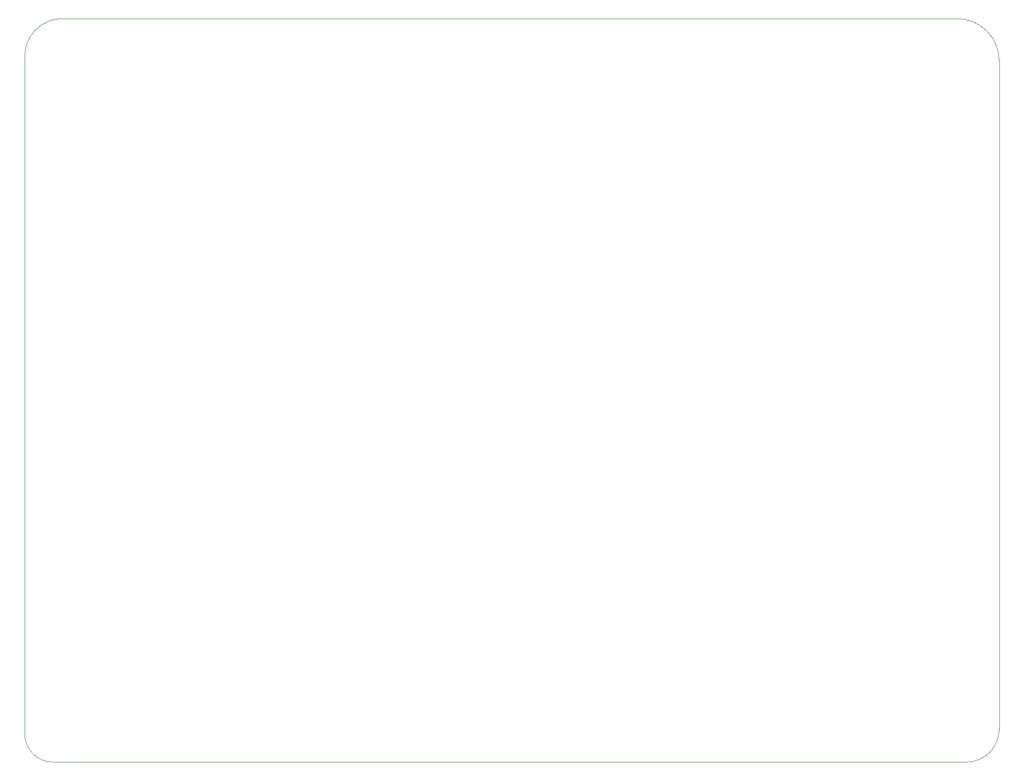
<source format=gm1>
G04 #@! TF.GenerationSoftware,KiCad,Pcbnew,(6.0.6-0)*
G04 #@! TF.CreationDate,2023-03-14T15:48:33-04:00*
G04 #@! TF.ProjectId,mecc-pcb-kicad,6d656363-2d70-4636-922d-6b696361642e,v1*
G04 #@! TF.SameCoordinates,Original*
G04 #@! TF.FileFunction,Profile,NP*
%FSLAX46Y46*%
G04 Gerber Fmt 4.6, Leading zero omitted, Abs format (unit mm)*
G04 Created by KiCad (PCBNEW (6.0.6-0)) date 2023-03-14 15:48:33*
%MOMM*%
%LPD*%
G01*
G04 APERTURE LIST*
G04 #@! TA.AperFunction,Profile*
%ADD10C,0.100000*%
G04 #@! TD*
G04 APERTURE END LIST*
D10*
X215106250Y-21431250D02*
X64293750Y-21431250D01*
X216693750Y-146843800D02*
G75*
G03*
X222250000Y-141287500I-50J5556300D01*
G01*
X216693750Y-146843750D02*
X62706250Y-146843750D01*
X64293750Y-21431250D02*
G75*
G03*
X57943750Y-27781250I0J-6350000D01*
G01*
X57943750Y-142081250D02*
X57943750Y-27781250D01*
X57943750Y-142081250D02*
G75*
G03*
X62706250Y-146843750I4762500J0D01*
G01*
X222249950Y-28575000D02*
G75*
G03*
X215106250Y-21431250I-7143750J0D01*
G01*
X222250000Y-28575000D02*
X222250000Y-141287500D01*
M02*

</source>
